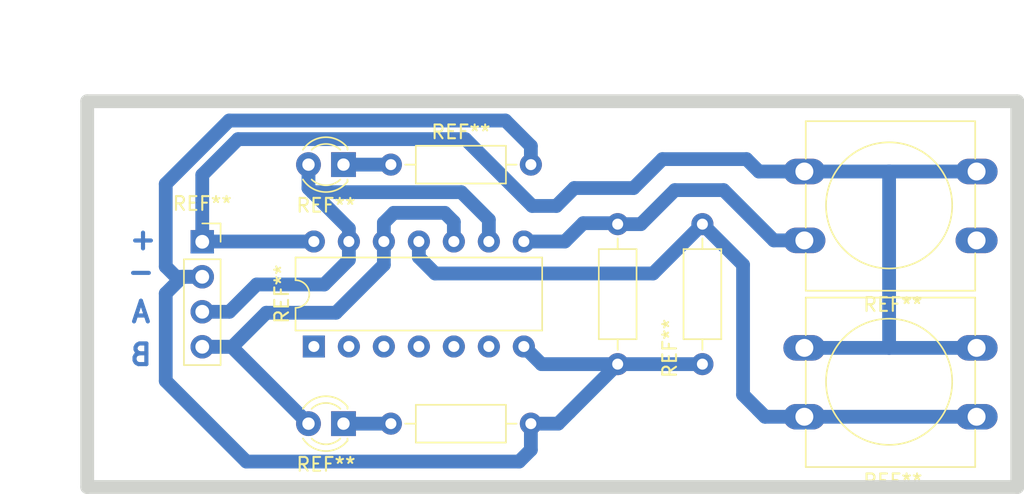
<source format=kicad_pcb>
(kicad_pcb (version 20171130) (host pcbnew "(5.1.10)-1")

  (general
    (thickness 1.6)
    (drawings 12)
    (tracks 83)
    (zones 0)
    (modules 10)
    (nets 1)
  )

  (page A4)
  (layers
    (0 F.Cu signal)
    (31 B.Cu signal)
    (32 B.Adhes user)
    (33 F.Adhes user)
    (34 B.Paste user)
    (35 F.Paste user)
    (36 B.SilkS user)
    (37 F.SilkS user)
    (38 B.Mask user)
    (39 F.Mask user)
    (40 Dwgs.User user)
    (41 Cmts.User user)
    (42 Eco1.User user)
    (43 Eco2.User user)
    (44 Edge.Cuts user)
    (45 Margin user)
    (46 B.CrtYd user)
    (47 F.CrtYd user)
    (48 B.Fab user)
    (49 F.Fab user hide)
  )

  (setup
    (last_trace_width 0.25)
    (user_trace_width 1)
    (trace_clearance 0.2)
    (zone_clearance 0.508)
    (zone_45_only no)
    (trace_min 0.2)
    (via_size 0.8)
    (via_drill 0.4)
    (via_min_size 0.4)
    (via_min_drill 0.3)
    (uvia_size 0.3)
    (uvia_drill 0.1)
    (uvias_allowed no)
    (uvia_min_size 0.2)
    (uvia_min_drill 0.1)
    (edge_width 0.05)
    (segment_width 0.2)
    (pcb_text_width 0.3)
    (pcb_text_size 1.5 1.5)
    (mod_edge_width 0.12)
    (mod_text_size 1 1)
    (mod_text_width 0.15)
    (pad_size 1.524 1.524)
    (pad_drill 0.762)
    (pad_to_mask_clearance 0)
    (aux_axis_origin 0 0)
    (visible_elements 7FFFFFFF)
    (pcbplotparams
      (layerselection 0x010fc_ffffffff)
      (usegerberextensions false)
      (usegerberattributes true)
      (usegerberadvancedattributes true)
      (creategerberjobfile true)
      (excludeedgelayer true)
      (linewidth 0.500000)
      (plotframeref false)
      (viasonmask false)
      (mode 1)
      (useauxorigin false)
      (hpglpennumber 1)
      (hpglpenspeed 20)
      (hpglpendiameter 15.000000)
      (psnegative false)
      (psa4output false)
      (plotreference true)
      (plotvalue true)
      (plotinvisibletext false)
      (padsonsilk false)
      (subtractmaskfromsilk false)
      (outputformat 1)
      (mirror false)
      (drillshape 1)
      (scaleselection 1)
      (outputdirectory ""))
  )

  (net 0 "")

  (net_class Default "This is the default net class."
    (clearance 0.2)
    (trace_width 0.25)
    (via_dia 0.8)
    (via_drill 0.4)
    (uvia_dia 0.3)
    (uvia_drill 0.1)
  )

  (module Package_DIP:DIP-14_W7.62mm (layer F.Cu) (tedit 5A02E8C5) (tstamp 620C4DAD)
    (at 89.4 61.65 90)
    (descr "14-lead though-hole mounted DIP package, row spacing 7.62 mm (300 mils)")
    (tags "THT DIP DIL PDIP 2.54mm 7.62mm 300mil")
    (fp_text reference REF** (at 3.81 -2.33 90) (layer F.SilkS)
      (effects (font (size 1 1) (thickness 0.15)))
    )
    (fp_text value DIP-14_W7.62mm (at 3.81 17.57 90) (layer F.Fab) hide
      (effects (font (size 1 1) (thickness 0.15)))
    )
    (fp_line (start 8.7 -1.55) (end -1.1 -1.55) (layer F.CrtYd) (width 0.05))
    (fp_line (start 8.7 16.8) (end 8.7 -1.55) (layer F.CrtYd) (width 0.05))
    (fp_line (start -1.1 16.8) (end 8.7 16.8) (layer F.CrtYd) (width 0.05))
    (fp_line (start -1.1 -1.55) (end -1.1 16.8) (layer F.CrtYd) (width 0.05))
    (fp_line (start 6.46 -1.33) (end 4.81 -1.33) (layer F.SilkS) (width 0.12))
    (fp_line (start 6.46 16.57) (end 6.46 -1.33) (layer F.SilkS) (width 0.12))
    (fp_line (start 1.16 16.57) (end 6.46 16.57) (layer F.SilkS) (width 0.12))
    (fp_line (start 1.16 -1.33) (end 1.16 16.57) (layer F.SilkS) (width 0.12))
    (fp_line (start 2.81 -1.33) (end 1.16 -1.33) (layer F.SilkS) (width 0.12))
    (fp_line (start 0.635 -0.27) (end 1.635 -1.27) (layer F.Fab) (width 0.1))
    (fp_line (start 0.635 16.51) (end 0.635 -0.27) (layer F.Fab) (width 0.1))
    (fp_line (start 6.985 16.51) (end 0.635 16.51) (layer F.Fab) (width 0.1))
    (fp_line (start 6.985 -1.27) (end 6.985 16.51) (layer F.Fab) (width 0.1))
    (fp_line (start 1.635 -1.27) (end 6.985 -1.27) (layer F.Fab) (width 0.1))
    (fp_arc (start 3.81 -1.33) (end 2.81 -1.33) (angle -180) (layer F.SilkS) (width 0.12))
    (fp_text user %R (at 3.81 7.62 90) (layer F.Fab) hide
      (effects (font (size 1 1) (thickness 0.15)))
    )
    (pad 1 thru_hole rect (at 0 0 90) (size 1.6 1.6) (drill 0.8) (layers *.Cu *.Mask))
    (pad 8 thru_hole oval (at 7.62 15.24 90) (size 1.6 1.6) (drill 0.8) (layers *.Cu *.Mask))
    (pad 2 thru_hole oval (at 0 2.54 90) (size 1.6 1.6) (drill 0.8) (layers *.Cu *.Mask))
    (pad 9 thru_hole oval (at 7.62 12.7 90) (size 1.6 1.6) (drill 0.8) (layers *.Cu *.Mask))
    (pad 3 thru_hole oval (at 0 5.08 90) (size 1.6 1.6) (drill 0.8) (layers *.Cu *.Mask))
    (pad 10 thru_hole oval (at 7.62 10.16 90) (size 1.6 1.6) (drill 0.8) (layers *.Cu *.Mask))
    (pad 4 thru_hole oval (at 0 7.62 90) (size 1.6 1.6) (drill 0.8) (layers *.Cu *.Mask))
    (pad 11 thru_hole oval (at 7.62 7.62 90) (size 1.6 1.6) (drill 0.8) (layers *.Cu *.Mask))
    (pad 5 thru_hole oval (at 0 10.16 90) (size 1.6 1.6) (drill 0.8) (layers *.Cu *.Mask))
    (pad 12 thru_hole oval (at 7.62 5.08 90) (size 1.6 1.6) (drill 0.8) (layers *.Cu *.Mask))
    (pad 6 thru_hole oval (at 0 12.7 90) (size 1.6 1.6) (drill 0.8) (layers *.Cu *.Mask))
    (pad 13 thru_hole oval (at 7.62 2.54 90) (size 1.6 1.6) (drill 0.8) (layers *.Cu *.Mask))
    (pad 7 thru_hole oval (at 0 15.24 90) (size 1.6 1.6) (drill 0.8) (layers *.Cu *.Mask))
    (pad 14 thru_hole oval (at 7.62 0 90) (size 1.6 1.6) (drill 0.8) (layers *.Cu *.Mask))
    (model ${KISYS3DMOD}/Package_DIP.3dshapes/DIP-14_W7.62mm.wrl
      (at (xyz 0 0 0))
      (scale (xyz 1 1 1))
      (rotate (xyz 0 0 0))
    )
  )

  (module Button_Switch_THT:SW_PUSH-12mm (layer F.Cu) (tedit 5D160D14) (tstamp 6214E543)
    (at 137.5 66.75 180)
    (descr "SW PUSH 12mm https://www.e-switch.com/system/asset/product_line/data_sheet/143/TL1100.pdf")
    (tags "tact sw push 12mm")
    (fp_text reference REF** (at 6.08 -4.66) (layer F.SilkS)
      (effects (font (size 1 1) (thickness 0.15)))
    )
    (fp_text value SW_PUSH-12mm (at 6.62 9.93) (layer F.Fab)
      (effects (font (size 1 1) (thickness 0.15)))
    )
    (fp_line (start 0.25 8.5) (end 12.25 8.5) (layer F.Fab) (width 0.1))
    (fp_line (start 0.25 -3.5) (end 12.25 -3.5) (layer F.Fab) (width 0.1))
    (fp_line (start 12.25 -3.5) (end 12.25 8.5) (layer F.Fab) (width 0.1))
    (fp_line (start 0.1 -3.65) (end 12.4 -3.65) (layer F.SilkS) (width 0.12))
    (fp_line (start 12.4 0.93) (end 12.4 4.07) (layer F.SilkS) (width 0.12))
    (fp_line (start 12.4 8.65) (end 0.1 8.65) (layer F.SilkS) (width 0.12))
    (fp_line (start 0.1 -0.93) (end 0.1 -3.65) (layer F.SilkS) (width 0.12))
    (fp_line (start -1.77 -3.75) (end 14.25 -3.75) (layer F.CrtYd) (width 0.05))
    (fp_line (start -1.77 -3.75) (end -1.77 8.75) (layer F.CrtYd) (width 0.05))
    (fp_line (start 14.25 8.75) (end 14.25 -3.75) (layer F.CrtYd) (width 0.05))
    (fp_line (start 14.25 8.75) (end -1.77 8.75) (layer F.CrtYd) (width 0.05))
    (fp_circle (center 6.35 2.54) (end 10.16 5.08) (layer F.SilkS) (width 0.12))
    (fp_line (start 0.25 -3.5) (end 0.25 8.5) (layer F.Fab) (width 0.1))
    (fp_line (start 0.1 8.65) (end 0.1 5.93) (layer F.SilkS) (width 0.12))
    (fp_line (start 0.1 4.07) (end 0.1 0.93) (layer F.SilkS) (width 0.12))
    (fp_line (start 12.4 5.93) (end 12.4 8.65) (layer F.SilkS) (width 0.12))
    (fp_line (start 12.4 -3.65) (end 12.4 -0.93) (layer F.SilkS) (width 0.12))
    (fp_text user %R (at 6.35 2.54) (layer F.Fab)
      (effects (font (size 1 1) (thickness 0.15)))
    )
    (pad 1 thru_hole oval (at 12.5 0 180) (size 3.048 1.85) (drill 1.3) (layers *.Cu *.Mask))
    (pad 2 thru_hole oval (at 12.5 5 180) (size 3.048 1.85) (drill 1.3) (layers *.Cu *.Mask))
    (pad 1 thru_hole oval (at 0 0 180) (size 3.048 1.85) (drill 1.3) (layers *.Cu *.Mask))
    (pad 2 thru_hole oval (at 0 5 180) (size 3.048 1.85) (drill 1.3) (layers *.Cu *.Mask))
    (model ${KISYS3DMOD}/Button_Switch_THT.3dshapes/SW_PUSH-12mm.wrl
      (offset (xyz 1 0 0))
      (scale (xyz 1 1 1))
      (rotate (xyz 0 0 0))
    )
    (model "C:/Users/Metaltex-99/Desktop/Tactile Push Button THT 12x12mm H8.50mm (Würth 430476085716).stp"
      (offset (xyz 6.3 -2.5 0))
      (scale (xyz 0.95 1 1))
      (rotate (xyz 0 0 0))
    )
  )

  (module Button_Switch_THT:SW_PUSH-12mm (layer F.Cu) (tedit 5D160D14) (tstamp 6214E19A)
    (at 137.5 53.95 180)
    (descr "SW PUSH 12mm https://www.e-switch.com/system/asset/product_line/data_sheet/143/TL1100.pdf")
    (tags "tact sw push 12mm")
    (fp_text reference REF** (at 6.08 -4.66) (layer F.SilkS)
      (effects (font (size 1 1) (thickness 0.15)))
    )
    (fp_text value SW_PUSH-12mm (at 6.62 9.93) (layer F.Fab)
      (effects (font (size 1 1) (thickness 0.15)))
    )
    (fp_line (start 0.25 8.5) (end 12.25 8.5) (layer F.Fab) (width 0.1))
    (fp_line (start 0.25 -3.5) (end 12.25 -3.5) (layer F.Fab) (width 0.1))
    (fp_line (start 12.25 -3.5) (end 12.25 8.5) (layer F.Fab) (width 0.1))
    (fp_line (start 0.1 -3.65) (end 12.4 -3.65) (layer F.SilkS) (width 0.12))
    (fp_line (start 12.4 0.93) (end 12.4 4.07) (layer F.SilkS) (width 0.12))
    (fp_line (start 12.4 8.65) (end 0.1 8.65) (layer F.SilkS) (width 0.12))
    (fp_line (start 0.1 -0.93) (end 0.1 -3.65) (layer F.SilkS) (width 0.12))
    (fp_line (start -1.77 -3.75) (end 14.25 -3.75) (layer F.CrtYd) (width 0.05))
    (fp_line (start -1.77 -3.75) (end -1.77 8.75) (layer F.CrtYd) (width 0.05))
    (fp_line (start 14.25 8.75) (end 14.25 -3.75) (layer F.CrtYd) (width 0.05))
    (fp_line (start 14.25 8.75) (end -1.77 8.75) (layer F.CrtYd) (width 0.05))
    (fp_circle (center 6.35 2.54) (end 10.16 5.08) (layer F.SilkS) (width 0.12))
    (fp_line (start 0.25 -3.5) (end 0.25 8.5) (layer F.Fab) (width 0.1))
    (fp_line (start 0.1 8.65) (end 0.1 5.93) (layer F.SilkS) (width 0.12))
    (fp_line (start 0.1 4.07) (end 0.1 0.93) (layer F.SilkS) (width 0.12))
    (fp_line (start 12.4 5.93) (end 12.4 8.65) (layer F.SilkS) (width 0.12))
    (fp_line (start 12.4 -3.65) (end 12.4 -0.93) (layer F.SilkS) (width 0.12))
    (fp_text user %R (at 6.35 2.54) (layer F.Fab)
      (effects (font (size 1 1) (thickness 0.15)))
    )
    (pad 2 thru_hole oval (at 0 5 180) (size 3.048 1.85) (drill 1.3) (layers *.Cu *.Mask))
    (pad 1 thru_hole oval (at 0 0 180) (size 3.048 1.85) (drill 1.3) (layers *.Cu *.Mask))
    (pad 2 thru_hole oval (at 12.5 5 180) (size 3.048 1.85) (drill 1.3) (layers *.Cu *.Mask))
    (pad 1 thru_hole oval (at 12.5 0 180) (size 3.048 1.85) (drill 1.3) (layers *.Cu *.Mask))
    (model ${KISYS3DMOD}/Button_Switch_THT.3dshapes/SW_PUSH-12mm.wrl
      (offset (xyz 1 0 0))
      (scale (xyz 1 1 1))
      (rotate (xyz 0 0 0))
    )
    (model "C:/Users/Metaltex-99/Desktop/Tactile Push Button THT 12x12mm H8.50mm (Würth 430476085716).stp"
      (offset (xyz 6.3 -2.5 0))
      (scale (xyz 0.95 1 1))
      (rotate (xyz 0 0 0))
    )
  )

  (module Connector_PinSocket_2.54mm:PinSocket_1x04_P2.54mm_Vertical (layer F.Cu) (tedit 5A19A429) (tstamp 6214DD05)
    (at 81.3 54.05)
    (descr "Through hole straight socket strip, 1x04, 2.54mm pitch, single row (from Kicad 4.0.7), script generated")
    (tags "Through hole socket strip THT 1x04 2.54mm single row")
    (fp_text reference REF** (at 0 -2.77) (layer F.SilkS)
      (effects (font (size 1 1) (thickness 0.15)))
    )
    (fp_text value PinSocket_1x04_P2.54mm_Vertical (at 0 10.39) (layer F.Fab)
      (effects (font (size 1 1) (thickness 0.15)))
    )
    (fp_line (start -1.27 -1.27) (end 0.635 -1.27) (layer F.Fab) (width 0.1))
    (fp_line (start 0.635 -1.27) (end 1.27 -0.635) (layer F.Fab) (width 0.1))
    (fp_line (start 1.27 -0.635) (end 1.27 8.89) (layer F.Fab) (width 0.1))
    (fp_line (start 1.27 8.89) (end -1.27 8.89) (layer F.Fab) (width 0.1))
    (fp_line (start -1.27 8.89) (end -1.27 -1.27) (layer F.Fab) (width 0.1))
    (fp_line (start -1.33 1.27) (end 1.33 1.27) (layer F.SilkS) (width 0.12))
    (fp_line (start -1.33 1.27) (end -1.33 8.95) (layer F.SilkS) (width 0.12))
    (fp_line (start -1.33 8.95) (end 1.33 8.95) (layer F.SilkS) (width 0.12))
    (fp_line (start 1.33 1.27) (end 1.33 8.95) (layer F.SilkS) (width 0.12))
    (fp_line (start 1.33 -1.33) (end 1.33 0) (layer F.SilkS) (width 0.12))
    (fp_line (start 0 -1.33) (end 1.33 -1.33) (layer F.SilkS) (width 0.12))
    (fp_line (start -1.8 -1.8) (end 1.75 -1.8) (layer F.CrtYd) (width 0.05))
    (fp_line (start 1.75 -1.8) (end 1.75 9.4) (layer F.CrtYd) (width 0.05))
    (fp_line (start 1.75 9.4) (end -1.8 9.4) (layer F.CrtYd) (width 0.05))
    (fp_line (start -1.8 9.4) (end -1.8 -1.8) (layer F.CrtYd) (width 0.05))
    (fp_text user %R (at 0 3.81 90) (layer F.Fab)
      (effects (font (size 1 1) (thickness 0.15)))
    )
    (pad 4 thru_hole oval (at 0 7.62) (size 1.7 1.7) (drill 1) (layers *.Cu *.Mask))
    (pad 3 thru_hole oval (at 0 5.08) (size 1.7 1.7) (drill 1) (layers *.Cu *.Mask))
    (pad 2 thru_hole oval (at 0 2.54) (size 1.7 1.7) (drill 1) (layers *.Cu *.Mask))
    (pad 1 thru_hole rect (at 0 0) (size 1.7 1.7) (drill 1) (layers *.Cu *.Mask))
    (model ${KISYS3DMOD}/Connector_PinSocket_2.54mm.3dshapes/PinSocket_1x04_P2.54mm_Vertical.wrl
      (at (xyz 0 0 0))
      (scale (xyz 1 1 1))
      (rotate (xyz 0 0 0))
    )
  )

  (module LED_THT:LED_D3.0mm (layer F.Cu) (tedit 587A3A7B) (tstamp 620C60F4)
    (at 91.55 48.45 180)
    (descr "LED, diameter 3.0mm, 2 pins")
    (tags "LED diameter 3.0mm 2 pins")
    (fp_text reference REF** (at 1.27 -2.96) (layer F.SilkS)
      (effects (font (size 1 1) (thickness 0.15)))
    )
    (fp_text value LED_D3.0mm (at 1.27 2.96) (layer F.Fab)
      (effects (font (size 1 1) (thickness 0.15)))
    )
    (fp_circle (center 1.27 0) (end 2.77 0) (layer F.Fab) (width 0.1))
    (fp_line (start -0.23 -1.16619) (end -0.23 1.16619) (layer F.Fab) (width 0.1))
    (fp_line (start -0.29 -1.236) (end -0.29 -1.08) (layer F.SilkS) (width 0.12))
    (fp_line (start -0.29 1.08) (end -0.29 1.236) (layer F.SilkS) (width 0.12))
    (fp_line (start -1.15 -2.25) (end -1.15 2.25) (layer F.CrtYd) (width 0.05))
    (fp_line (start -1.15 2.25) (end 3.7 2.25) (layer F.CrtYd) (width 0.05))
    (fp_line (start 3.7 2.25) (end 3.7 -2.25) (layer F.CrtYd) (width 0.05))
    (fp_line (start 3.7 -2.25) (end -1.15 -2.25) (layer F.CrtYd) (width 0.05))
    (fp_arc (start 1.27 0) (end -0.23 -1.16619) (angle 284.3) (layer F.Fab) (width 0.1))
    (fp_arc (start 1.27 0) (end -0.29 -1.235516) (angle 108.8) (layer F.SilkS) (width 0.12))
    (fp_arc (start 1.27 0) (end -0.29 1.235516) (angle -108.8) (layer F.SilkS) (width 0.12))
    (fp_arc (start 1.27 0) (end 0.229039 -1.08) (angle 87.9) (layer F.SilkS) (width 0.12))
    (fp_arc (start 1.27 0) (end 0.229039 1.08) (angle -87.9) (layer F.SilkS) (width 0.12))
    (pad 1 thru_hole rect (at 0 0 180) (size 1.8 1.8) (drill 0.9) (layers *.Cu *.Mask))
    (pad 2 thru_hole circle (at 2.54 0 180) (size 1.8 1.8) (drill 0.9) (layers *.Cu *.Mask))
    (model ${KISYS3DMOD}/LED_THT.3dshapes/LED_D3.0mm.wrl
      (at (xyz 0 0 0))
      (scale (xyz 1 1 1))
      (rotate (xyz 0 0 0))
    )
  )

  (module LED_THT:LED_D3.0mm (layer F.Cu) (tedit 587A3A7B) (tstamp 620C60C7)
    (at 91.55 67.25 180)
    (descr "LED, diameter 3.0mm, 2 pins")
    (tags "LED diameter 3.0mm 2 pins")
    (fp_text reference REF** (at 1.27 -2.96) (layer F.SilkS)
      (effects (font (size 1 1) (thickness 0.15)))
    )
    (fp_text value LED_D3.0mm (at 1.27 2.96) (layer F.Fab)
      (effects (font (size 1 1) (thickness 0.15)))
    )
    (fp_circle (center 1.27 0) (end 2.77 0) (layer F.Fab) (width 0.1))
    (fp_line (start -0.23 -1.16619) (end -0.23 1.16619) (layer F.Fab) (width 0.1))
    (fp_line (start -0.29 -1.236) (end -0.29 -1.08) (layer F.SilkS) (width 0.12))
    (fp_line (start -0.29 1.08) (end -0.29 1.236) (layer F.SilkS) (width 0.12))
    (fp_line (start -1.15 -2.25) (end -1.15 2.25) (layer F.CrtYd) (width 0.05))
    (fp_line (start -1.15 2.25) (end 3.7 2.25) (layer F.CrtYd) (width 0.05))
    (fp_line (start 3.7 2.25) (end 3.7 -2.25) (layer F.CrtYd) (width 0.05))
    (fp_line (start 3.7 -2.25) (end -1.15 -2.25) (layer F.CrtYd) (width 0.05))
    (fp_arc (start 1.27 0) (end 0.229039 1.08) (angle -87.9) (layer F.SilkS) (width 0.12))
    (fp_arc (start 1.27 0) (end 0.229039 -1.08) (angle 87.9) (layer F.SilkS) (width 0.12))
    (fp_arc (start 1.27 0) (end -0.29 1.235516) (angle -108.8) (layer F.SilkS) (width 0.12))
    (fp_arc (start 1.27 0) (end -0.29 -1.235516) (angle 108.8) (layer F.SilkS) (width 0.12))
    (fp_arc (start 1.27 0) (end -0.23 -1.16619) (angle 284.3) (layer F.Fab) (width 0.1))
    (pad 2 thru_hole circle (at 2.54 0 180) (size 1.8 1.8) (drill 0.9) (layers *.Cu *.Mask))
    (pad 1 thru_hole rect (at 0 0 180) (size 1.8 1.8) (drill 0.9) (layers *.Cu *.Mask))
    (model ${KISYS3DMOD}/LED_THT.3dshapes/LED_D3.0mm.wrl
      (at (xyz 0 0 0))
      (scale (xyz 1 1 1))
      (rotate (xyz 0 0 0))
    )
  )

  (module Resistor_THT:R_Axial_DIN0207_L6.3mm_D2.5mm_P10.16mm_Horizontal (layer F.Cu) (tedit 5AE5139B) (tstamp 620C4D98)
    (at 111.45 62.93 90)
    (descr "Resistor, Axial_DIN0207 series, Axial, Horizontal, pin pitch=10.16mm, 0.25W = 1/4W, length*diameter=6.3*2.5mm^2, http://cdn-reichelt.de/documents/datenblatt/B400/1_4W%23YAG.pdf")
    (tags "Resistor Axial_DIN0207 series Axial Horizontal pin pitch 10.16mm 0.25W = 1/4W length 6.3mm diameter 2.5mm")
    (fp_text reference REF** (at 5.08 -2.37 90) (layer F.SilkS) hide
      (effects (font (size 1 1) (thickness 0.15)))
    )
    (fp_text value R_Axial_DIN0207_L6.3mm_D2.5mm_P10.16mm_Horizontal (at 5.08 2.37 90) (layer F.Fab) hide
      (effects (font (size 1 1) (thickness 0.15)))
    )
    (fp_line (start 11.21 -1.5) (end -1.05 -1.5) (layer F.CrtYd) (width 0.05))
    (fp_line (start 11.21 1.5) (end 11.21 -1.5) (layer F.CrtYd) (width 0.05))
    (fp_line (start -1.05 1.5) (end 11.21 1.5) (layer F.CrtYd) (width 0.05))
    (fp_line (start -1.05 -1.5) (end -1.05 1.5) (layer F.CrtYd) (width 0.05))
    (fp_line (start 9.12 0) (end 8.35 0) (layer F.SilkS) (width 0.12))
    (fp_line (start 1.04 0) (end 1.81 0) (layer F.SilkS) (width 0.12))
    (fp_line (start 8.35 -1.37) (end 1.81 -1.37) (layer F.SilkS) (width 0.12))
    (fp_line (start 8.35 1.37) (end 8.35 -1.37) (layer F.SilkS) (width 0.12))
    (fp_line (start 1.81 1.37) (end 8.35 1.37) (layer F.SilkS) (width 0.12))
    (fp_line (start 1.81 -1.37) (end 1.81 1.37) (layer F.SilkS) (width 0.12))
    (fp_line (start 10.16 0) (end 8.23 0) (layer F.Fab) (width 0.1))
    (fp_line (start 0 0) (end 1.93 0) (layer F.Fab) (width 0.1))
    (fp_line (start 8.23 -1.25) (end 1.93 -1.25) (layer F.Fab) (width 0.1))
    (fp_line (start 8.23 1.25) (end 8.23 -1.25) (layer F.Fab) (width 0.1))
    (fp_line (start 1.93 1.25) (end 8.23 1.25) (layer F.Fab) (width 0.1))
    (fp_line (start 1.93 -1.25) (end 1.93 1.25) (layer F.Fab) (width 0.1))
    (pad 1 thru_hole circle (at 0 0 90) (size 1.6 1.6) (drill 0.8) (layers *.Cu *.Mask))
    (pad 2 thru_hole oval (at 10.16 0 90) (size 1.6 1.6) (drill 0.8) (layers *.Cu *.Mask))
    (model ${KISYS3DMOD}/Resistor_THT.3dshapes/R_Axial_DIN0207_L6.3mm_D2.5mm_P10.16mm_Horizontal.wrl
      (at (xyz 0 0 0))
      (scale (xyz 1 1 1))
      (rotate (xyz 0 0 0))
    )
  )

  (module Resistor_THT:R_Axial_DIN0207_L6.3mm_D2.5mm_P10.16mm_Horizontal (layer F.Cu) (tedit 5AE5139B) (tstamp 620C4D46)
    (at 117.6 62.93 90)
    (descr "Resistor, Axial_DIN0207 series, Axial, Horizontal, pin pitch=10.16mm, 0.25W = 1/4W, length*diameter=6.3*2.5mm^2, http://cdn-reichelt.de/documents/datenblatt/B400/1_4W%23YAG.pdf")
    (tags "Resistor Axial_DIN0207 series Axial Horizontal pin pitch 10.16mm 0.25W = 1/4W length 6.3mm diameter 2.5mm")
    (fp_text reference REF** (at 1.142856 -2.37 90) (layer F.SilkS)
      (effects (font (size 1 1) (thickness 0.15)))
    )
    (fp_text value R_Axial_DIN0207_L6.3mm_D2.5mm_P10.16mm_Horizontal (at 5.08 2.37 90) (layer F.Fab)
      (effects (font (size 1 1) (thickness 0.15)))
    )
    (fp_line (start 11.21 -1.5) (end -1.05 -1.5) (layer F.CrtYd) (width 0.05))
    (fp_line (start 11.21 1.5) (end 11.21 -1.5) (layer F.CrtYd) (width 0.05))
    (fp_line (start -1.05 1.5) (end 11.21 1.5) (layer F.CrtYd) (width 0.05))
    (fp_line (start -1.05 -1.5) (end -1.05 1.5) (layer F.CrtYd) (width 0.05))
    (fp_line (start 9.12 0) (end 8.35 0) (layer F.SilkS) (width 0.12))
    (fp_line (start 1.04 0) (end 1.81 0) (layer F.SilkS) (width 0.12))
    (fp_line (start 8.35 -1.37) (end 1.81 -1.37) (layer F.SilkS) (width 0.12))
    (fp_line (start 8.35 1.37) (end 8.35 -1.37) (layer F.SilkS) (width 0.12))
    (fp_line (start 1.81 1.37) (end 8.35 1.37) (layer F.SilkS) (width 0.12))
    (fp_line (start 1.81 -1.37) (end 1.81 1.37) (layer F.SilkS) (width 0.12))
    (fp_line (start 10.16 0) (end 8.23 0) (layer F.Fab) (width 0.1))
    (fp_line (start 0 0) (end 1.93 0) (layer F.Fab) (width 0.1))
    (fp_line (start 8.23 -1.25) (end 1.93 -1.25) (layer F.Fab) (width 0.1))
    (fp_line (start 8.23 1.25) (end 8.23 -1.25) (layer F.Fab) (width 0.1))
    (fp_line (start 1.93 1.25) (end 8.23 1.25) (layer F.Fab) (width 0.1))
    (fp_line (start 1.93 -1.25) (end 1.93 1.25) (layer F.Fab) (width 0.1))
    (fp_text user %R (at 5.08 0 270) (layer F.Fab)
      (effects (font (size 1 1) (thickness 0.15)))
    )
    (pad 2 thru_hole oval (at 10.16 0 90) (size 1.6 1.6) (drill 0.8) (layers *.Cu *.Mask))
    (pad 1 thru_hole circle (at 0 0 90) (size 1.6 1.6) (drill 0.8) (layers *.Cu *.Mask))
    (model ${KISYS3DMOD}/Resistor_THT.3dshapes/R_Axial_DIN0207_L6.3mm_D2.5mm_P10.16mm_Horizontal.wrl
      (at (xyz 0 0 0))
      (scale (xyz 1 1 1))
      (rotate (xyz 0 0 0))
    )
  )

  (module Resistor_THT:R_Axial_DIN0207_L6.3mm_D2.5mm_P10.16mm_Horizontal (layer F.Cu) (tedit 5AE5139B) (tstamp 620C4CDC)
    (at 94.99 67.25)
    (descr "Resistor, Axial_DIN0207 series, Axial, Horizontal, pin pitch=10.16mm, 0.25W = 1/4W, length*diameter=6.3*2.5mm^2, http://cdn-reichelt.de/documents/datenblatt/B400/1_4W%23YAG.pdf")
    (tags "Resistor Axial_DIN0207 series Axial Horizontal pin pitch 10.16mm 0.25W = 1/4W length 6.3mm diameter 2.5mm")
    (fp_text reference REF** (at 5.08 -2.37) (layer F.SilkS) hide
      (effects (font (size 1 1) (thickness 0.15)))
    )
    (fp_text value R_Axial_DIN0207_L6.3mm_D2.5mm_P10.16mm_Horizontal (at 5.08 2.37) (layer F.Fab) hide
      (effects (font (size 1 1) (thickness 0.15)))
    )
    (fp_line (start 11.21 -1.5) (end -1.05 -1.5) (layer F.CrtYd) (width 0.05))
    (fp_line (start 11.21 1.5) (end 11.21 -1.5) (layer F.CrtYd) (width 0.05))
    (fp_line (start -1.05 1.5) (end 11.21 1.5) (layer F.CrtYd) (width 0.05))
    (fp_line (start -1.05 -1.5) (end -1.05 1.5) (layer F.CrtYd) (width 0.05))
    (fp_line (start 9.12 0) (end 8.35 0) (layer F.SilkS) (width 0.12))
    (fp_line (start 1.04 0) (end 1.81 0) (layer F.SilkS) (width 0.12))
    (fp_line (start 8.35 -1.37) (end 1.81 -1.37) (layer F.SilkS) (width 0.12))
    (fp_line (start 8.35 1.37) (end 8.35 -1.37) (layer F.SilkS) (width 0.12))
    (fp_line (start 1.81 1.37) (end 8.35 1.37) (layer F.SilkS) (width 0.12))
    (fp_line (start 1.81 -1.37) (end 1.81 1.37) (layer F.SilkS) (width 0.12))
    (fp_line (start 10.16 0) (end 8.23 0) (layer F.Fab) (width 0.1))
    (fp_line (start 0 0) (end 1.93 0) (layer F.Fab) (width 0.1))
    (fp_line (start 8.23 -1.25) (end 1.93 -1.25) (layer F.Fab) (width 0.1))
    (fp_line (start 8.23 1.25) (end 8.23 -1.25) (layer F.Fab) (width 0.1))
    (fp_line (start 1.93 1.25) (end 8.23 1.25) (layer F.Fab) (width 0.1))
    (fp_line (start 1.93 -1.25) (end 1.93 1.25) (layer F.Fab) (width 0.1))
    (pad 1 thru_hole circle (at 0 0) (size 1.6 1.6) (drill 0.8) (layers *.Cu *.Mask))
    (pad 2 thru_hole oval (at 10.16 0) (size 1.6 1.6) (drill 0.8) (layers *.Cu *.Mask))
    (model ${KISYS3DMOD}/Resistor_THT.3dshapes/R_Axial_DIN0207_L6.3mm_D2.5mm_P10.16mm_Horizontal.wrl
      (at (xyz 0 0 0))
      (scale (xyz 1 1 1))
      (rotate (xyz 0 0 0))
    )
  )

  (module Resistor_THT:R_Axial_DIN0207_L6.3mm_D2.5mm_P10.16mm_Horizontal (layer F.Cu) (tedit 5AE5139B) (tstamp 620C4CC7)
    (at 94.99 48.45)
    (descr "Resistor, Axial_DIN0207 series, Axial, Horizontal, pin pitch=10.16mm, 0.25W = 1/4W, length*diameter=6.3*2.5mm^2, http://cdn-reichelt.de/documents/datenblatt/B400/1_4W%23YAG.pdf")
    (tags "Resistor Axial_DIN0207 series Axial Horizontal pin pitch 10.16mm 0.25W = 1/4W length 6.3mm diameter 2.5mm")
    (fp_text reference REF** (at 5.08 -2.37) (layer F.SilkS)
      (effects (font (size 1 1) (thickness 0.15)))
    )
    (fp_text value R_Axial_DIN0207_L6.3mm_D2.5mm_P10.16mm_Horizontal (at 5.08 2.37) (layer F.Fab)
      (effects (font (size 1 1) (thickness 0.15)))
    )
    (fp_line (start 11.21 -1.5) (end -1.05 -1.5) (layer F.CrtYd) (width 0.05))
    (fp_line (start 11.21 1.5) (end 11.21 -1.5) (layer F.CrtYd) (width 0.05))
    (fp_line (start -1.05 1.5) (end 11.21 1.5) (layer F.CrtYd) (width 0.05))
    (fp_line (start -1.05 -1.5) (end -1.05 1.5) (layer F.CrtYd) (width 0.05))
    (fp_line (start 9.12 0) (end 8.35 0) (layer F.SilkS) (width 0.12))
    (fp_line (start 1.04 0) (end 1.81 0) (layer F.SilkS) (width 0.12))
    (fp_line (start 8.35 -1.37) (end 1.81 -1.37) (layer F.SilkS) (width 0.12))
    (fp_line (start 8.35 1.37) (end 8.35 -1.37) (layer F.SilkS) (width 0.12))
    (fp_line (start 1.81 1.37) (end 8.35 1.37) (layer F.SilkS) (width 0.12))
    (fp_line (start 1.81 -1.37) (end 1.81 1.37) (layer F.SilkS) (width 0.12))
    (fp_line (start 10.16 0) (end 8.23 0) (layer F.Fab) (width 0.1))
    (fp_line (start 0 0) (end 1.93 0) (layer F.Fab) (width 0.1))
    (fp_line (start 8.23 -1.25) (end 1.93 -1.25) (layer F.Fab) (width 0.1))
    (fp_line (start 8.23 1.25) (end 8.23 -1.25) (layer F.Fab) (width 0.1))
    (fp_line (start 1.93 1.25) (end 8.23 1.25) (layer F.Fab) (width 0.1))
    (fp_line (start 1.93 -1.25) (end 1.93 1.25) (layer F.Fab) (width 0.1))
    (pad 2 thru_hole oval (at 10.16 0) (size 1.6 1.6) (drill 0.8) (layers *.Cu *.Mask))
    (pad 1 thru_hole circle (at 0 0) (size 1.6 1.6) (drill 0.8) (layers *.Cu *.Mask))
    (model ${KISYS3DMOD}/Resistor_THT.3dshapes/R_Axial_DIN0207_L6.3mm_D2.5mm_P10.16mm_Horizontal.wrl
      (at (xyz 0 0 0))
      (scale (xyz 1 1 1))
      (rotate (xyz 0 0 0))
    )
  )

  (dimension 3 (width 0.15) (layer Dwgs.User)
    (gr_text "3.000 mm" (at 108.1 64.25 270) (layer Dwgs.User)
      (effects (font (size 1 1) (thickness 0.15)))
    )
    (feature1 (pts (xy 104.8 65.75) (xy 107.386421 65.75)))
    (feature2 (pts (xy 104.8 62.75) (xy 107.386421 62.75)))
    (crossbar (pts (xy 106.8 62.75) (xy 106.8 65.75)))
    (arrow1a (pts (xy 106.8 65.75) (xy 106.213579 64.623496)))
    (arrow1b (pts (xy 106.8 65.75) (xy 107.386421 64.623496)))
    (arrow2a (pts (xy 106.8 62.75) (xy 106.213579 63.876504)))
    (arrow2b (pts (xy 106.8 62.75) (xy 107.386421 63.876504)))
  )
  (dimension 3 (width 0.15) (layer Dwgs.User)
    (gr_text "3.000 mm" (at 108.85 51.45 90) (layer Dwgs.User)
      (effects (font (size 1 1) (thickness 0.15)))
    )
    (feature1 (pts (xy 106.2 49.95) (xy 108.136421 49.95)))
    (feature2 (pts (xy 106.2 52.95) (xy 108.136421 52.95)))
    (crossbar (pts (xy 107.55 52.95) (xy 107.55 49.95)))
    (arrow1a (pts (xy 107.55 49.95) (xy 108.136421 51.076504)))
    (arrow1b (pts (xy 107.55 49.95) (xy 106.963579 51.076504)))
    (arrow2a (pts (xy 107.55 52.95) (xy 108.136421 51.823496)))
    (arrow2b (pts (xy 107.55 52.95) (xy 106.963579 51.823496)))
  )
  (gr_text "7402\n" (at 68.65 48.8) (layer Dwgs.User)
    (effects (font (size 1 1) (thickness 0.15)))
  )
  (gr_text "-\n" (at 76.85 56.2) (layer B.Cu) (tstamp 6214E962)
    (effects (font (size 1.5 1.5) (thickness 0.3)) (justify mirror))
  )
  (gr_text B (at 76.85 62.25) (layer B.Cu)
    (effects (font (size 1.5 1.5) (thickness 0.3)) (justify mirror))
  )
  (gr_text "A\n" (at 76.85 59.15) (layer B.Cu)
    (effects (font (size 1.5 1.5) (thickness 0.3)) (justify mirror))
  )
  (gr_text + (at 77 53.85) (layer B.Cu)
    (effects (font (size 1.5 1.5) (thickness 0.3)) (justify mirror))
  )
  (gr_line (start 72.95 71.85) (end 72.95 43.85) (layer Edge.Cuts) (width 1) (tstamp 620C910E))
  (gr_line (start 72.95 71.85) (end 140.45 71.85) (layer Edge.Cuts) (width 1) (tstamp 620C90FA))
  (gr_line (start 140.45 71.85) (end 140.45 43.85) (layer Edge.Cuts) (width 1) (tstamp 620C4DCF))
  (dimension 67.5 (width 0.15) (layer Dwgs.User)
    (gr_text "67.500 mm" (at 106.55 37.2) (layer Dwgs.User)
      (effects (font (size 1 1) (thickness 0.15)))
    )
    (feature1 (pts (xy 140.3 43.9) (xy 140.3 37.913579)))
    (feature2 (pts (xy 72.8 43.9) (xy 72.8 37.913579)))
    (crossbar (pts (xy 72.8 38.5) (xy 140.3 38.5)))
    (arrow1a (pts (xy 140.3 38.5) (xy 139.173496 39.086421)))
    (arrow1b (pts (xy 140.3 38.5) (xy 139.173496 37.913579)))
    (arrow2a (pts (xy 72.8 38.5) (xy 73.926504 39.086421)))
    (arrow2b (pts (xy 72.8 38.5) (xy 73.926504 37.913579)))
  )
  (gr_line (start 72.95 43.85) (end 140.45 43.85) (layer Edge.Cuts) (width 1) (tstamp 620C4DCE))

  (segment (start 111.38 52.7) (end 111.45 52.77) (width 1) (layer F.Cu) (net 0))
  (segment (start 108.95 52.7) (end 111.38 52.7) (width 1) (layer B.Cu) (net 0))
  (segment (start 107.62 54.03) (end 108.95 52.7) (width 1) (layer B.Cu) (net 0))
  (segment (start 104.64 54.03) (end 107.62 54.03) (width 1) (layer B.Cu) (net 0))
  (segment (start 105.92 62.93) (end 104.64 61.65) (width 1) (layer B.Cu) (net 0))
  (segment (start 117.6 62.93) (end 105.92 62.93) (width 1) (layer B.Cu) (net 0))
  (segment (start 122.785 53.95) (end 125 53.95) (width 1) (layer B.Cu) (net 0))
  (segment (start 119.135 50.3) (end 122.785 53.95) (width 1) (layer B.Cu) (net 0))
  (segment (start 115.6 50.3) (end 119.135 50.3) (width 1) (layer B.Cu) (net 0))
  (segment (start 113.13 52.77) (end 115.6 50.3) (width 1) (layer B.Cu) (net 0))
  (segment (start 111.45 52.77) (end 113.13 52.77) (width 1) (layer B.Cu) (net 0))
  (segment (start 81.32 54.03) (end 81.3 54.05) (width 1) (layer B.Cu) (net 0))
  (segment (start 89.4 54.03) (end 81.32 54.03) (width 1) (layer B.Cu) (net 0))
  (segment (start 79.39 56.59) (end 81.3 56.59) (width 1) (layer B.Cu) (net 0))
  (segment (start 78.65 55.85) (end 79.39 56.59) (width 1) (layer B.Cu) (net 0))
  (segment (start 78.65 49.85) (end 78.65 55.85) (width 1) (layer B.Cu) (net 0))
  (segment (start 83.24999 45.25001) (end 78.65 49.85) (width 1) (layer B.Cu) (net 0))
  (segment (start 103.30001 45.25001) (end 83.24999 45.25001) (width 1) (layer B.Cu) (net 0))
  (segment (start 105.15 47.1) (end 103.30001 45.25001) (width 1) (layer B.Cu) (net 0))
  (segment (start 137.5 66.75) (end 125 66.75) (width 1) (layer B.Cu) (net 0))
  (segment (start 131.15 48.95) (end 137.5 48.95) (width 1) (layer B.Cu) (net 0))
  (segment (start 131.15 61.75) (end 131.15 48.95) (width 1) (layer B.Cu) (net 0))
  (segment (start 125 48.95) (end 131.15 48.95) (width 1) (layer B.Cu) (net 0))
  (segment (start 125 61.75) (end 131.15 61.75) (width 1) (layer B.Cu) (net 0))
  (segment (start 131.15 61.75) (end 137.5 61.75) (width 1) (layer B.Cu) (net 0))
  (segment (start 125 66.75) (end 124.15 66.75) (width 1) (layer B.Cu) (net 0))
  (segment (start 122.15 66.75) (end 125 66.75) (width 1) (layer B.Cu) (net 0))
  (segment (start 120.55 65.15) (end 122.15 66.75) (width 1) (layer B.Cu) (net 0))
  (segment (start 120.55 55.72) (end 120.55 65.15) (width 1) (layer B.Cu) (net 0))
  (segment (start 117.6 52.77) (end 120.55 55.72) (width 1) (layer B.Cu) (net 0))
  (segment (start 121.63 66.23) (end 122.15 66.75) (width 1) (layer B.Cu) (net 0))
  (segment (start 107.95 66.43) (end 111.45 62.93) (width 1) (layer B.Cu) (net 0))
  (segment (start 91.55 48.45) (end 94.99 48.45) (width 1) (layer B.Cu) (net 0))
  (segment (start 114.7 48.05) (end 120.8 48.05) (width 1) (layer B.Cu) (net 0))
  (segment (start 108.3 50.15) (end 112.6 50.15) (width 1) (layer B.Cu) (net 0))
  (segment (start 107 51.45) (end 108.3 50.15) (width 1) (layer B.Cu) (net 0))
  (segment (start 120.8 48.05) (end 121.7 48.95) (width 1) (layer B.Cu) (net 0))
  (segment (start 100.4 46.6) (end 105.25 51.45) (width 1) (layer B.Cu) (net 0))
  (segment (start 121.7 48.95) (end 125 48.95) (width 1) (layer B.Cu) (net 0))
  (segment (start 112.6 50.15) (end 114.7 48.05) (width 1) (layer B.Cu) (net 0))
  (segment (start 83.9 46.6) (end 100.4 46.6) (width 1) (layer B.Cu) (net 0))
  (segment (start 105.25 51.45) (end 107 51.45) (width 1) (layer B.Cu) (net 0))
  (segment (start 81.3 49.2) (end 83.9 46.6) (width 1) (layer B.Cu) (net 0))
  (segment (start 81.3 54.05) (end 81.3 49.2) (width 1) (layer B.Cu) (net 0))
  (segment (start 105.15 47.1) (end 105.15 48.45) (width 1) (layer B.Cu) (net 0))
  (segment (start 107.13 67.25) (end 107.95 66.43) (width 1) (layer B.Cu) (net 0))
  (segment (start 105.15 67.25) (end 107.13 67.25) (width 1) (layer B.Cu) (net 0))
  (segment (start 91.55 67.25) (end 94.99 67.25) (width 1) (layer B.Cu) (net 0))
  (segment (start 105.15 69.15) (end 105.15 67.25) (width 1) (layer B.Cu) (net 0))
  (segment (start 84.5 70) (end 104.3 70) (width 1) (layer B.Cu) (net 0))
  (segment (start 78.65 64.15) (end 84.5 70) (width 1) (layer B.Cu) (net 0))
  (segment (start 104.3 70) (end 105.15 69.15) (width 1) (layer B.Cu) (net 0))
  (segment (start 78.65 57.8) (end 78.65 64.15) (width 1) (layer B.Cu) (net 0))
  (segment (start 79.86 56.59) (end 78.65 57.8) (width 1) (layer B.Cu) (net 0))
  (segment (start 81.3 56.59) (end 79.86 56.59) (width 1) (layer B.Cu) (net 0))
  (segment (start 89.01 50.16) (end 89.01 48.45) (width 1) (layer B.Cu) (net 0))
  (segment (start 91.94 53.09) (end 89.01 50.16) (width 1) (layer B.Cu) (net 0))
  (segment (start 91.94 54.03) (end 91.94 53.09) (width 1) (layer B.Cu) (net 0))
  (segment (start 91.94 54.03) (end 91.94 55.36) (width 1) (layer B.Cu) (net 0))
  (segment (start 91.94 55.36) (end 90.15 57.15) (width 1) (layer B.Cu) (net 0))
  (segment (start 90.15 57.15) (end 85.25 57.15) (width 1) (layer B.Cu) (net 0))
  (segment (start 83.27 59.13) (end 81.3 59.13) (width 1) (layer B.Cu) (net 0))
  (segment (start 85.25 57.15) (end 83.27 59.13) (width 1) (layer B.Cu) (net 0))
  (segment (start 94.48 54.03) (end 94.48 52.67) (width 1) (layer B.Cu) (net 0))
  (segment (start 94.48 52.67) (end 95.2 51.95) (width 1) (layer B.Cu) (net 0))
  (segment (start 95.2 51.95) (end 98.9 51.95) (width 1) (layer B.Cu) (net 0))
  (segment (start 99.56 52.61) (end 99.56 54.03) (width 1) (layer B.Cu) (net 0))
  (segment (start 98.9 51.95) (end 99.56 52.61) (width 1) (layer B.Cu) (net 0))
  (segment (start 94.48 54.03) (end 94.48 55.72) (width 1) (layer B.Cu) (net 0))
  (segment (start 94.48 55.72) (end 91 59.2) (width 1) (layer B.Cu) (net 0))
  (segment (start 91 59.2) (end 85.95 59.2) (width 1) (layer B.Cu) (net 0))
  (segment (start 83.48 61.67) (end 81.3 61.67) (width 1) (layer B.Cu) (net 0))
  (segment (start 85.95 59.2) (end 83.48 61.67) (width 1) (layer B.Cu) (net 0))
  (segment (start 83.43 61.67) (end 89.01 67.25) (width 1) (layer B.Cu) (net 0))
  (segment (start 81.3 61.67) (end 83.43 61.67) (width 1) (layer B.Cu) (net 0))
  (segment (start 98.2 56.35) (end 114.02 56.35) (width 1) (layer B.Cu) (net 0))
  (segment (start 114.02 56.35) (end 117.6 52.77) (width 1) (layer B.Cu) (net 0))
  (segment (start 97.02 55.17) (end 98.2 56.35) (width 1) (layer B.Cu) (net 0))
  (segment (start 97.02 54.03) (end 97.02 55.17) (width 1) (layer B.Cu) (net 0))
  (segment (start 89.3 50.45) (end 89.01 50.16) (width 1) (layer B.Cu) (net 0))
  (segment (start 100.1 50.45) (end 89.3 50.45) (width 1) (layer B.Cu) (net 0))
  (segment (start 102.1 52.45) (end 100.1 50.45) (width 1) (layer B.Cu) (net 0))
  (segment (start 102.1 54.03) (end 102.1 52.45) (width 1) (layer B.Cu) (net 0))

)

</source>
